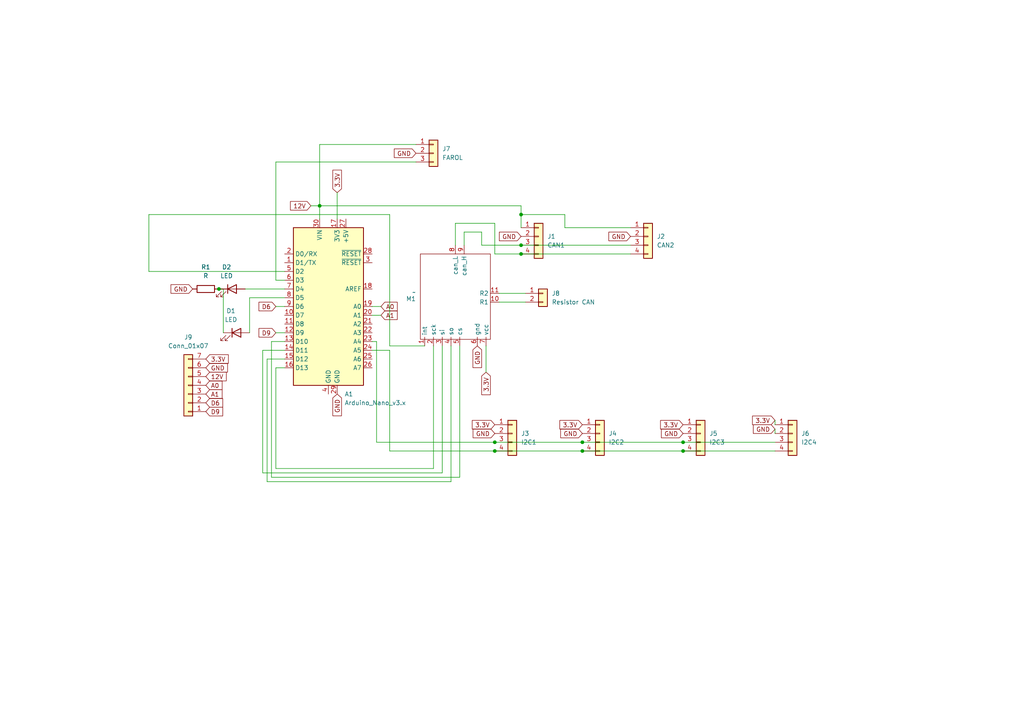
<source format=kicad_sch>
(kicad_sch
	(version 20250114)
	(generator "eeschema")
	(generator_version "9.0")
	(uuid "f9497e6d-f7ac-44a8-96d0-f68200b16671")
	(paper "A4")
	(lib_symbols
		(symbol "Connector_Generic:Conn_01x02"
			(pin_names
				(offset 1.016)
				(hide yes)
			)
			(exclude_from_sim no)
			(in_bom yes)
			(on_board yes)
			(property "Reference" "J"
				(at 0 2.54 0)
				(effects
					(font
						(size 1.27 1.27)
					)
				)
			)
			(property "Value" "Conn_01x02"
				(at 0 -5.08 0)
				(effects
					(font
						(size 1.27 1.27)
					)
				)
			)
			(property "Footprint" ""
				(at 0 0 0)
				(effects
					(font
						(size 1.27 1.27)
					)
					(hide yes)
				)
			)
			(property "Datasheet" "~"
				(at 0 0 0)
				(effects
					(font
						(size 1.27 1.27)
					)
					(hide yes)
				)
			)
			(property "Description" "Generic connector, single row, 01x02, script generated (kicad-library-utils/schlib/autogen/connector/)"
				(at 0 0 0)
				(effects
					(font
						(size 1.27 1.27)
					)
					(hide yes)
				)
			)
			(property "ki_keywords" "connector"
				(at 0 0 0)
				(effects
					(font
						(size 1.27 1.27)
					)
					(hide yes)
				)
			)
			(property "ki_fp_filters" "Connector*:*_1x??_*"
				(at 0 0 0)
				(effects
					(font
						(size 1.27 1.27)
					)
					(hide yes)
				)
			)
			(symbol "Conn_01x02_1_1"
				(rectangle
					(start -1.27 1.27)
					(end 1.27 -3.81)
					(stroke
						(width 0.254)
						(type default)
					)
					(fill
						(type background)
					)
				)
				(rectangle
					(start -1.27 0.127)
					(end 0 -0.127)
					(stroke
						(width 0.1524)
						(type default)
					)
					(fill
						(type none)
					)
				)
				(rectangle
					(start -1.27 -2.413)
					(end 0 -2.667)
					(stroke
						(width 0.1524)
						(type default)
					)
					(fill
						(type none)
					)
				)
				(pin passive line
					(at -5.08 0 0)
					(length 3.81)
					(name "Pin_1"
						(effects
							(font
								(size 1.27 1.27)
							)
						)
					)
					(number "1"
						(effects
							(font
								(size 1.27 1.27)
							)
						)
					)
				)
				(pin passive line
					(at -5.08 -2.54 0)
					(length 3.81)
					(name "Pin_2"
						(effects
							(font
								(size 1.27 1.27)
							)
						)
					)
					(number "2"
						(effects
							(font
								(size 1.27 1.27)
							)
						)
					)
				)
			)
			(embedded_fonts no)
		)
		(symbol "Connector_Generic:Conn_01x03"
			(pin_names
				(offset 1.016)
				(hide yes)
			)
			(exclude_from_sim no)
			(in_bom yes)
			(on_board yes)
			(property "Reference" "J"
				(at 0 5.08 0)
				(effects
					(font
						(size 1.27 1.27)
					)
				)
			)
			(property "Value" "Conn_01x03"
				(at 0 -5.08 0)
				(effects
					(font
						(size 1.27 1.27)
					)
				)
			)
			(property "Footprint" ""
				(at 0 0 0)
				(effects
					(font
						(size 1.27 1.27)
					)
					(hide yes)
				)
			)
			(property "Datasheet" "~"
				(at 0 0 0)
				(effects
					(font
						(size 1.27 1.27)
					)
					(hide yes)
				)
			)
			(property "Description" "Generic connector, single row, 01x03, script generated (kicad-library-utils/schlib/autogen/connector/)"
				(at 0 0 0)
				(effects
					(font
						(size 1.27 1.27)
					)
					(hide yes)
				)
			)
			(property "ki_keywords" "connector"
				(at 0 0 0)
				(effects
					(font
						(size 1.27 1.27)
					)
					(hide yes)
				)
			)
			(property "ki_fp_filters" "Connector*:*_1x??_*"
				(at 0 0 0)
				(effects
					(font
						(size 1.27 1.27)
					)
					(hide yes)
				)
			)
			(symbol "Conn_01x03_1_1"
				(rectangle
					(start -1.27 3.81)
					(end 1.27 -3.81)
					(stroke
						(width 0.254)
						(type default)
					)
					(fill
						(type background)
					)
				)
				(rectangle
					(start -1.27 2.667)
					(end 0 2.413)
					(stroke
						(width 0.1524)
						(type default)
					)
					(fill
						(type none)
					)
				)
				(rectangle
					(start -1.27 0.127)
					(end 0 -0.127)
					(stroke
						(width 0.1524)
						(type default)
					)
					(fill
						(type none)
					)
				)
				(rectangle
					(start -1.27 -2.413)
					(end 0 -2.667)
					(stroke
						(width 0.1524)
						(type default)
					)
					(fill
						(type none)
					)
				)
				(pin passive line
					(at -5.08 2.54 0)
					(length 3.81)
					(name "Pin_1"
						(effects
							(font
								(size 1.27 1.27)
							)
						)
					)
					(number "1"
						(effects
							(font
								(size 1.27 1.27)
							)
						)
					)
				)
				(pin passive line
					(at -5.08 0 0)
					(length 3.81)
					(name "Pin_2"
						(effects
							(font
								(size 1.27 1.27)
							)
						)
					)
					(number "2"
						(effects
							(font
								(size 1.27 1.27)
							)
						)
					)
				)
				(pin passive line
					(at -5.08 -2.54 0)
					(length 3.81)
					(name "Pin_3"
						(effects
							(font
								(size 1.27 1.27)
							)
						)
					)
					(number "3"
						(effects
							(font
								(size 1.27 1.27)
							)
						)
					)
				)
			)
			(embedded_fonts no)
		)
		(symbol "Connector_Generic:Conn_01x04"
			(pin_names
				(offset 1.016)
				(hide yes)
			)
			(exclude_from_sim no)
			(in_bom yes)
			(on_board yes)
			(property "Reference" "J"
				(at 0 5.08 0)
				(effects
					(font
						(size 1.27 1.27)
					)
				)
			)
			(property "Value" "Conn_01x04"
				(at 0 -7.62 0)
				(effects
					(font
						(size 1.27 1.27)
					)
				)
			)
			(property "Footprint" ""
				(at 0 0 0)
				(effects
					(font
						(size 1.27 1.27)
					)
					(hide yes)
				)
			)
			(property "Datasheet" "~"
				(at 0 0 0)
				(effects
					(font
						(size 1.27 1.27)
					)
					(hide yes)
				)
			)
			(property "Description" "Generic connector, single row, 01x04, script generated (kicad-library-utils/schlib/autogen/connector/)"
				(at 0 0 0)
				(effects
					(font
						(size 1.27 1.27)
					)
					(hide yes)
				)
			)
			(property "ki_keywords" "connector"
				(at 0 0 0)
				(effects
					(font
						(size 1.27 1.27)
					)
					(hide yes)
				)
			)
			(property "ki_fp_filters" "Connector*:*_1x??_*"
				(at 0 0 0)
				(effects
					(font
						(size 1.27 1.27)
					)
					(hide yes)
				)
			)
			(symbol "Conn_01x04_1_1"
				(rectangle
					(start -1.27 3.81)
					(end 1.27 -6.35)
					(stroke
						(width 0.254)
						(type default)
					)
					(fill
						(type background)
					)
				)
				(rectangle
					(start -1.27 2.667)
					(end 0 2.413)
					(stroke
						(width 0.1524)
						(type default)
					)
					(fill
						(type none)
					)
				)
				(rectangle
					(start -1.27 0.127)
					(end 0 -0.127)
					(stroke
						(width 0.1524)
						(type default)
					)
					(fill
						(type none)
					)
				)
				(rectangle
					(start -1.27 -2.413)
					(end 0 -2.667)
					(stroke
						(width 0.1524)
						(type default)
					)
					(fill
						(type none)
					)
				)
				(rectangle
					(start -1.27 -4.953)
					(end 0 -5.207)
					(stroke
						(width 0.1524)
						(type default)
					)
					(fill
						(type none)
					)
				)
				(pin passive line
					(at -5.08 2.54 0)
					(length 3.81)
					(name "Pin_1"
						(effects
							(font
								(size 1.27 1.27)
							)
						)
					)
					(number "1"
						(effects
							(font
								(size 1.27 1.27)
							)
						)
					)
				)
				(pin passive line
					(at -5.08 0 0)
					(length 3.81)
					(name "Pin_2"
						(effects
							(font
								(size 1.27 1.27)
							)
						)
					)
					(number "2"
						(effects
							(font
								(size 1.27 1.27)
							)
						)
					)
				)
				(pin passive line
					(at -5.08 -2.54 0)
					(length 3.81)
					(name "Pin_3"
						(effects
							(font
								(size 1.27 1.27)
							)
						)
					)
					(number "3"
						(effects
							(font
								(size 1.27 1.27)
							)
						)
					)
				)
				(pin passive line
					(at -5.08 -5.08 0)
					(length 3.81)
					(name "Pin_4"
						(effects
							(font
								(size 1.27 1.27)
							)
						)
					)
					(number "4"
						(effects
							(font
								(size 1.27 1.27)
							)
						)
					)
				)
			)
			(embedded_fonts no)
		)
		(symbol "Connector_Generic:Conn_01x07"
			(pin_names
				(offset 1.016)
				(hide yes)
			)
			(exclude_from_sim no)
			(in_bom yes)
			(on_board yes)
			(property "Reference" "J"
				(at 0 10.16 0)
				(effects
					(font
						(size 1.27 1.27)
					)
				)
			)
			(property "Value" "Conn_01x07"
				(at 0 -10.16 0)
				(effects
					(font
						(size 1.27 1.27)
					)
				)
			)
			(property "Footprint" ""
				(at 0 0 0)
				(effects
					(font
						(size 1.27 1.27)
					)
					(hide yes)
				)
			)
			(property "Datasheet" "~"
				(at 0 0 0)
				(effects
					(font
						(size 1.27 1.27)
					)
					(hide yes)
				)
			)
			(property "Description" "Generic connector, single row, 01x07, script generated (kicad-library-utils/schlib/autogen/connector/)"
				(at 0 0 0)
				(effects
					(font
						(size 1.27 1.27)
					)
					(hide yes)
				)
			)
			(property "ki_keywords" "connector"
				(at 0 0 0)
				(effects
					(font
						(size 1.27 1.27)
					)
					(hide yes)
				)
			)
			(property "ki_fp_filters" "Connector*:*_1x??_*"
				(at 0 0 0)
				(effects
					(font
						(size 1.27 1.27)
					)
					(hide yes)
				)
			)
			(symbol "Conn_01x07_1_1"
				(rectangle
					(start -1.27 8.89)
					(end 1.27 -8.89)
					(stroke
						(width 0.254)
						(type default)
					)
					(fill
						(type background)
					)
				)
				(rectangle
					(start -1.27 7.747)
					(end 0 7.493)
					(stroke
						(width 0.1524)
						(type default)
					)
					(fill
						(type none)
					)
				)
				(rectangle
					(start -1.27 5.207)
					(end 0 4.953)
					(stroke
						(width 0.1524)
						(type default)
					)
					(fill
						(type none)
					)
				)
				(rectangle
					(start -1.27 2.667)
					(end 0 2.413)
					(stroke
						(width 0.1524)
						(type default)
					)
					(fill
						(type none)
					)
				)
				(rectangle
					(start -1.27 0.127)
					(end 0 -0.127)
					(stroke
						(width 0.1524)
						(type default)
					)
					(fill
						(type none)
					)
				)
				(rectangle
					(start -1.27 -2.413)
					(end 0 -2.667)
					(stroke
						(width 0.1524)
						(type default)
					)
					(fill
						(type none)
					)
				)
				(rectangle
					(start -1.27 -4.953)
					(end 0 -5.207)
					(stroke
						(width 0.1524)
						(type default)
					)
					(fill
						(type none)
					)
				)
				(rectangle
					(start -1.27 -7.493)
					(end 0 -7.747)
					(stroke
						(width 0.1524)
						(type default)
					)
					(fill
						(type none)
					)
				)
				(pin passive line
					(at -5.08 7.62 0)
					(length 3.81)
					(name "Pin_1"
						(effects
							(font
								(size 1.27 1.27)
							)
						)
					)
					(number "1"
						(effects
							(font
								(size 1.27 1.27)
							)
						)
					)
				)
				(pin passive line
					(at -5.08 5.08 0)
					(length 3.81)
					(name "Pin_2"
						(effects
							(font
								(size 1.27 1.27)
							)
						)
					)
					(number "2"
						(effects
							(font
								(size 1.27 1.27)
							)
						)
					)
				)
				(pin passive line
					(at -5.08 2.54 0)
					(length 3.81)
					(name "Pin_3"
						(effects
							(font
								(size 1.27 1.27)
							)
						)
					)
					(number "3"
						(effects
							(font
								(size 1.27 1.27)
							)
						)
					)
				)
				(pin passive line
					(at -5.08 0 0)
					(length 3.81)
					(name "Pin_4"
						(effects
							(font
								(size 1.27 1.27)
							)
						)
					)
					(number "4"
						(effects
							(font
								(size 1.27 1.27)
							)
						)
					)
				)
				(pin passive line
					(at -5.08 -2.54 0)
					(length 3.81)
					(name "Pin_5"
						(effects
							(font
								(size 1.27 1.27)
							)
						)
					)
					(number "5"
						(effects
							(font
								(size 1.27 1.27)
							)
						)
					)
				)
				(pin passive line
					(at -5.08 -5.08 0)
					(length 3.81)
					(name "Pin_6"
						(effects
							(font
								(size 1.27 1.27)
							)
						)
					)
					(number "6"
						(effects
							(font
								(size 1.27 1.27)
							)
						)
					)
				)
				(pin passive line
					(at -5.08 -7.62 0)
					(length 3.81)
					(name "Pin_7"
						(effects
							(font
								(size 1.27 1.27)
							)
						)
					)
					(number "7"
						(effects
							(font
								(size 1.27 1.27)
							)
						)
					)
				)
			)
			(embedded_fonts no)
		)
		(symbol "Device:LED"
			(pin_numbers
				(hide yes)
			)
			(pin_names
				(offset 1.016)
				(hide yes)
			)
			(exclude_from_sim no)
			(in_bom yes)
			(on_board yes)
			(property "Reference" "D"
				(at 0 2.54 0)
				(effects
					(font
						(size 1.27 1.27)
					)
				)
			)
			(property "Value" "LED"
				(at 0 -2.54 0)
				(effects
					(font
						(size 1.27 1.27)
					)
				)
			)
			(property "Footprint" ""
				(at 0 0 0)
				(effects
					(font
						(size 1.27 1.27)
					)
					(hide yes)
				)
			)
			(property "Datasheet" "~"
				(at 0 0 0)
				(effects
					(font
						(size 1.27 1.27)
					)
					(hide yes)
				)
			)
			(property "Description" "Light emitting diode"
				(at 0 0 0)
				(effects
					(font
						(size 1.27 1.27)
					)
					(hide yes)
				)
			)
			(property "Sim.Pins" "1=K 2=A"
				(at 0 0 0)
				(effects
					(font
						(size 1.27 1.27)
					)
					(hide yes)
				)
			)
			(property "ki_keywords" "LED diode"
				(at 0 0 0)
				(effects
					(font
						(size 1.27 1.27)
					)
					(hide yes)
				)
			)
			(property "ki_fp_filters" "LED* LED_SMD:* LED_THT:*"
				(at 0 0 0)
				(effects
					(font
						(size 1.27 1.27)
					)
					(hide yes)
				)
			)
			(symbol "LED_0_1"
				(polyline
					(pts
						(xy -3.048 -0.762) (xy -4.572 -2.286) (xy -3.81 -2.286) (xy -4.572 -2.286) (xy -4.572 -1.524)
					)
					(stroke
						(width 0)
						(type default)
					)
					(fill
						(type none)
					)
				)
				(polyline
					(pts
						(xy -1.778 -0.762) (xy -3.302 -2.286) (xy -2.54 -2.286) (xy -3.302 -2.286) (xy -3.302 -1.524)
					)
					(stroke
						(width 0)
						(type default)
					)
					(fill
						(type none)
					)
				)
				(polyline
					(pts
						(xy -1.27 0) (xy 1.27 0)
					)
					(stroke
						(width 0)
						(type default)
					)
					(fill
						(type none)
					)
				)
				(polyline
					(pts
						(xy -1.27 -1.27) (xy -1.27 1.27)
					)
					(stroke
						(width 0.254)
						(type default)
					)
					(fill
						(type none)
					)
				)
				(polyline
					(pts
						(xy 1.27 -1.27) (xy 1.27 1.27) (xy -1.27 0) (xy 1.27 -1.27)
					)
					(stroke
						(width 0.254)
						(type default)
					)
					(fill
						(type none)
					)
				)
			)
			(symbol "LED_1_1"
				(pin passive line
					(at -3.81 0 0)
					(length 2.54)
					(name "K"
						(effects
							(font
								(size 1.27 1.27)
							)
						)
					)
					(number "1"
						(effects
							(font
								(size 1.27 1.27)
							)
						)
					)
				)
				(pin passive line
					(at 3.81 0 180)
					(length 2.54)
					(name "A"
						(effects
							(font
								(size 1.27 1.27)
							)
						)
					)
					(number "2"
						(effects
							(font
								(size 1.27 1.27)
							)
						)
					)
				)
			)
			(embedded_fonts no)
		)
		(symbol "Device:R"
			(pin_numbers
				(hide yes)
			)
			(pin_names
				(offset 0)
			)
			(exclude_from_sim no)
			(in_bom yes)
			(on_board yes)
			(property "Reference" "R"
				(at 2.032 0 90)
				(effects
					(font
						(size 1.27 1.27)
					)
				)
			)
			(property "Value" "R"
				(at 0 0 90)
				(effects
					(font
						(size 1.27 1.27)
					)
				)
			)
			(property "Footprint" ""
				(at -1.778 0 90)
				(effects
					(font
						(size 1.27 1.27)
					)
					(hide yes)
				)
			)
			(property "Datasheet" "~"
				(at 0 0 0)
				(effects
					(font
						(size 1.27 1.27)
					)
					(hide yes)
				)
			)
			(property "Description" "Resistor"
				(at 0 0 0)
				(effects
					(font
						(size 1.27 1.27)
					)
					(hide yes)
				)
			)
			(property "ki_keywords" "R res resistor"
				(at 0 0 0)
				(effects
					(font
						(size 1.27 1.27)
					)
					(hide yes)
				)
			)
			(property "ki_fp_filters" "R_*"
				(at 0 0 0)
				(effects
					(font
						(size 1.27 1.27)
					)
					(hide yes)
				)
			)
			(symbol "R_0_1"
				(rectangle
					(start -1.016 -2.54)
					(end 1.016 2.54)
					(stroke
						(width 0.254)
						(type default)
					)
					(fill
						(type none)
					)
				)
			)
			(symbol "R_1_1"
				(pin passive line
					(at 0 3.81 270)
					(length 1.27)
					(name "~"
						(effects
							(font
								(size 1.27 1.27)
							)
						)
					)
					(number "1"
						(effects
							(font
								(size 1.27 1.27)
							)
						)
					)
				)
				(pin passive line
					(at 0 -3.81 90)
					(length 1.27)
					(name "~"
						(effects
							(font
								(size 1.27 1.27)
							)
						)
					)
					(number "2"
						(effects
							(font
								(size 1.27 1.27)
							)
						)
					)
				)
			)
			(embedded_fonts no)
		)
		(symbol "LibraryMCP2515sym:MCP2515_module"
			(exclude_from_sim no)
			(in_bom yes)
			(on_board yes)
			(property "Reference" "M"
				(at 0 0 0)
				(effects
					(font
						(size 1.27 1.27)
					)
				)
			)
			(property "Value" ""
				(at 0 0 0)
				(effects
					(font
						(size 1.27 1.27)
					)
				)
			)
			(property "Footprint" ""
				(at 0 0 0)
				(effects
					(font
						(size 1.27 1.27)
					)
					(hide yes)
				)
			)
			(property "Datasheet" ""
				(at 0 0 0)
				(effects
					(font
						(size 1.27 1.27)
					)
					(hide yes)
				)
			)
			(property "Description" ""
				(at 0 0 0)
				(effects
					(font
						(size 1.27 1.27)
					)
					(hide yes)
				)
			)
			(symbol "MCP2515_module_0_1"
				(rectangle
					(start -8.8899 12.065)
					(end 11.43 -12.7)
					(stroke
						(width 0)
						(type default)
					)
					(fill
						(type none)
					)
				)
			)
			(symbol "MCP2515_module_1_1"
				(pin input line
					(at -11.43 1.27 0)
					(length 2.54)
					(name "R1"
						(effects
							(font
								(size 1.27 1.27)
							)
						)
					)
					(number "10"
						(effects
							(font
								(size 1.27 1.27)
							)
						)
					)
				)
				(pin input line
					(at -11.43 -1.27 0)
					(length 2.54)
					(name "R2"
						(effects
							(font
								(size 1.27 1.27)
							)
						)
					)
					(number "11"
						(effects
							(font
								(size 1.27 1.27)
							)
						)
					)
				)
				(pin input line
					(at -7.62 13.97 270)
					(length 2.54)
					(name "vcc"
						(effects
							(font
								(size 1.27 1.27)
							)
						)
					)
					(number "7"
						(effects
							(font
								(size 1.27 1.27)
							)
						)
					)
				)
				(pin input line
					(at -5.08 13.97 270)
					(length 2.54)
					(name "gnd"
						(effects
							(font
								(size 1.27 1.27)
							)
						)
					)
					(number "6"
						(effects
							(font
								(size 1.27 1.27)
							)
						)
					)
				)
				(pin input line
					(at -1.27 -15.24 90)
					(length 2.54)
					(name "can_H"
						(effects
							(font
								(size 1.27 1.27)
							)
						)
					)
					(number "9"
						(effects
							(font
								(size 1.27 1.27)
							)
						)
					)
				)
				(pin input line
					(at 0 13.97 270)
					(length 2.54)
					(name "cs"
						(effects
							(font
								(size 1.27 1.27)
							)
						)
					)
					(number "5"
						(effects
							(font
								(size 1.27 1.27)
							)
						)
					)
				)
				(pin input line
					(at 1.27 -15.24 90)
					(length 2.54)
					(name "can_L"
						(effects
							(font
								(size 1.27 1.27)
							)
						)
					)
					(number "8"
						(effects
							(font
								(size 1.27 1.27)
							)
						)
					)
				)
				(pin input line
					(at 2.54 13.97 270)
					(length 2.54)
					(name "so"
						(effects
							(font
								(size 1.27 1.27)
							)
						)
					)
					(number "4"
						(effects
							(font
								(size 1.27 1.27)
							)
						)
					)
				)
				(pin input line
					(at 5.08 13.97 270)
					(length 2.54)
					(name "si"
						(effects
							(font
								(size 1.27 1.27)
							)
						)
					)
					(number "3"
						(effects
							(font
								(size 1.27 1.27)
							)
						)
					)
				)
				(pin input line
					(at 7.62 13.97 270)
					(length 2.54)
					(name "sck"
						(effects
							(font
								(size 1.27 1.27)
							)
						)
					)
					(number "2"
						(effects
							(font
								(size 1.27 1.27)
							)
						)
					)
				)
				(pin input line
					(at 10.16 13.97 270)
					(length 2.54)
					(name "int"
						(effects
							(font
								(size 1.27 1.27)
							)
						)
					)
					(number "1"
						(effects
							(font
								(size 1.27 1.27)
							)
						)
					)
				)
			)
			(embedded_fonts no)
		)
		(symbol "MCU_Module:Arduino_Nano_v3.x"
			(exclude_from_sim no)
			(in_bom yes)
			(on_board yes)
			(property "Reference" "A"
				(at -10.16 23.495 0)
				(effects
					(font
						(size 1.27 1.27)
					)
					(justify left bottom)
				)
			)
			(property "Value" "Arduino_Nano_v3.x"
				(at 5.08 -24.13 0)
				(effects
					(font
						(size 1.27 1.27)
					)
					(justify left top)
				)
			)
			(property "Footprint" "Module:Arduino_Nano"
				(at 0 0 0)
				(effects
					(font
						(size 1.27 1.27)
						(italic yes)
					)
					(hide yes)
				)
			)
			(property "Datasheet" "http://www.mouser.com/pdfdocs/Gravitech_Arduino_Nano3_0.pdf"
				(at 0 0 0)
				(effects
					(font
						(size 1.27 1.27)
					)
					(hide yes)
				)
			)
			(property "Description" "Arduino Nano v3.x"
				(at 0 0 0)
				(effects
					(font
						(size 1.27 1.27)
					)
					(hide yes)
				)
			)
			(property "ki_keywords" "Arduino nano microcontroller module USB"
				(at 0 0 0)
				(effects
					(font
						(size 1.27 1.27)
					)
					(hide yes)
				)
			)
			(property "ki_fp_filters" "Arduino*Nano*"
				(at 0 0 0)
				(effects
					(font
						(size 1.27 1.27)
					)
					(hide yes)
				)
			)
			(symbol "Arduino_Nano_v3.x_0_1"
				(rectangle
					(start -10.16 22.86)
					(end 10.16 -22.86)
					(stroke
						(width 0.254)
						(type default)
					)
					(fill
						(type background)
					)
				)
			)
			(symbol "Arduino_Nano_v3.x_1_1"
				(pin bidirectional line
					(at -12.7 15.24 0)
					(length 2.54)
					(name "D0/RX"
						(effects
							(font
								(size 1.27 1.27)
							)
						)
					)
					(number "2"
						(effects
							(font
								(size 1.27 1.27)
							)
						)
					)
				)
				(pin bidirectional line
					(at -12.7 12.7 0)
					(length 2.54)
					(name "D1/TX"
						(effects
							(font
								(size 1.27 1.27)
							)
						)
					)
					(number "1"
						(effects
							(font
								(size 1.27 1.27)
							)
						)
					)
				)
				(pin bidirectional line
					(at -12.7 10.16 0)
					(length 2.54)
					(name "D2"
						(effects
							(font
								(size 1.27 1.27)
							)
						)
					)
					(number "5"
						(effects
							(font
								(size 1.27 1.27)
							)
						)
					)
				)
				(pin bidirectional line
					(at -12.7 7.62 0)
					(length 2.54)
					(name "D3"
						(effects
							(font
								(size 1.27 1.27)
							)
						)
					)
					(number "6"
						(effects
							(font
								(size 1.27 1.27)
							)
						)
					)
				)
				(pin bidirectional line
					(at -12.7 5.08 0)
					(length 2.54)
					(name "D4"
						(effects
							(font
								(size 1.27 1.27)
							)
						)
					)
					(number "7"
						(effects
							(font
								(size 1.27 1.27)
							)
						)
					)
				)
				(pin bidirectional line
					(at -12.7 2.54 0)
					(length 2.54)
					(name "D5"
						(effects
							(font
								(size 1.27 1.27)
							)
						)
					)
					(number "8"
						(effects
							(font
								(size 1.27 1.27)
							)
						)
					)
				)
				(pin bidirectional line
					(at -12.7 0 0)
					(length 2.54)
					(name "D6"
						(effects
							(font
								(size 1.27 1.27)
							)
						)
					)
					(number "9"
						(effects
							(font
								(size 1.27 1.27)
							)
						)
					)
				)
				(pin bidirectional line
					(at -12.7 -2.54 0)
					(length 2.54)
					(name "D7"
						(effects
							(font
								(size 1.27 1.27)
							)
						)
					)
					(number "10"
						(effects
							(font
								(size 1.27 1.27)
							)
						)
					)
				)
				(pin bidirectional line
					(at -12.7 -5.08 0)
					(length 2.54)
					(name "D8"
						(effects
							(font
								(size 1.27 1.27)
							)
						)
					)
					(number "11"
						(effects
							(font
								(size 1.27 1.27)
							)
						)
					)
				)
				(pin bidirectional line
					(at -12.7 -7.62 0)
					(length 2.54)
					(name "D9"
						(effects
							(font
								(size 1.27 1.27)
							)
						)
					)
					(number "12"
						(effects
							(font
								(size 1.27 1.27)
							)
						)
					)
				)
				(pin bidirectional line
					(at -12.7 -10.16 0)
					(length 2.54)
					(name "D10"
						(effects
							(font
								(size 1.27 1.27)
							)
						)
					)
					(number "13"
						(effects
							(font
								(size 1.27 1.27)
							)
						)
					)
				)
				(pin bidirectional line
					(at -12.7 -12.7 0)
					(length 2.54)
					(name "D11"
						(effects
							(font
								(size 1.27 1.27)
							)
						)
					)
					(number "14"
						(effects
							(font
								(size 1.27 1.27)
							)
						)
					)
				)
				(pin bidirectional line
					(at -12.7 -15.24 0)
					(length 2.54)
					(name "D12"
						(effects
							(font
								(size 1.27 1.27)
							)
						)
					)
					(number "15"
						(effects
							(font
								(size 1.27 1.27)
							)
						)
					)
				)
				(pin bidirectional line
					(at -12.7 -17.78 0)
					(length 2.54)
					(name "D13"
						(effects
							(font
								(size 1.27 1.27)
							)
						)
					)
					(number "16"
						(effects
							(font
								(size 1.27 1.27)
							)
						)
					)
				)
				(pin power_in line
					(at -2.54 25.4 270)
					(length 2.54)
					(name "VIN"
						(effects
							(font
								(size 1.27 1.27)
							)
						)
					)
					(number "30"
						(effects
							(font
								(size 1.27 1.27)
							)
						)
					)
				)
				(pin power_in line
					(at 0 -25.4 90)
					(length 2.54)
					(name "GND"
						(effects
							(font
								(size 1.27 1.27)
							)
						)
					)
					(number "4"
						(effects
							(font
								(size 1.27 1.27)
							)
						)
					)
				)
				(pin power_out line
					(at 2.54 25.4 270)
					(length 2.54)
					(name "3V3"
						(effects
							(font
								(size 1.27 1.27)
							)
						)
					)
					(number "17"
						(effects
							(font
								(size 1.27 1.27)
							)
						)
					)
				)
				(pin power_in line
					(at 2.54 -25.4 90)
					(length 2.54)
					(name "GND"
						(effects
							(font
								(size 1.27 1.27)
							)
						)
					)
					(number "29"
						(effects
							(font
								(size 1.27 1.27)
							)
						)
					)
				)
				(pin power_out line
					(at 5.08 25.4 270)
					(length 2.54)
					(name "+5V"
						(effects
							(font
								(size 1.27 1.27)
							)
						)
					)
					(number "27"
						(effects
							(font
								(size 1.27 1.27)
							)
						)
					)
				)
				(pin input line
					(at 12.7 15.24 180)
					(length 2.54)
					(name "~{RESET}"
						(effects
							(font
								(size 1.27 1.27)
							)
						)
					)
					(number "28"
						(effects
							(font
								(size 1.27 1.27)
							)
						)
					)
				)
				(pin input line
					(at 12.7 12.7 180)
					(length 2.54)
					(name "~{RESET}"
						(effects
							(font
								(size 1.27 1.27)
							)
						)
					)
					(number "3"
						(effects
							(font
								(size 1.27 1.27)
							)
						)
					)
				)
				(pin input line
					(at 12.7 5.08 180)
					(length 2.54)
					(name "AREF"
						(effects
							(font
								(size 1.27 1.27)
							)
						)
					)
					(number "18"
						(effects
							(font
								(size 1.27 1.27)
							)
						)
					)
				)
				(pin bidirectional line
					(at 12.7 0 180)
					(length 2.54)
					(name "A0"
						(effects
							(font
								(size 1.27 1.27)
							)
						)
					)
					(number "19"
						(effects
							(font
								(size 1.27 1.27)
							)
						)
					)
				)
				(pin bidirectional line
					(at 12.7 -2.54 180)
					(length 2.54)
					(name "A1"
						(effects
							(font
								(size 1.27 1.27)
							)
						)
					)
					(number "20"
						(effects
							(font
								(size 1.27 1.27)
							)
						)
					)
				)
				(pin bidirectional line
					(at 12.7 -5.08 180)
					(length 2.54)
					(name "A2"
						(effects
							(font
								(size 1.27 1.27)
							)
						)
					)
					(number "21"
						(effects
							(font
								(size 1.27 1.27)
							)
						)
					)
				)
				(pin bidirectional line
					(at 12.7 -7.62 180)
					(length 2.54)
					(name "A3"
						(effects
							(font
								(size 1.27 1.27)
							)
						)
					)
					(number "22"
						(effects
							(font
								(size 1.27 1.27)
							)
						)
					)
				)
				(pin bidirectional line
					(at 12.7 -10.16 180)
					(length 2.54)
					(name "A4"
						(effects
							(font
								(size 1.27 1.27)
							)
						)
					)
					(number "23"
						(effects
							(font
								(size 1.27 1.27)
							)
						)
					)
				)
				(pin bidirectional line
					(at 12.7 -12.7 180)
					(length 2.54)
					(name "A5"
						(effects
							(font
								(size 1.27 1.27)
							)
						)
					)
					(number "24"
						(effects
							(font
								(size 1.27 1.27)
							)
						)
					)
				)
				(pin bidirectional line
					(at 12.7 -15.24 180)
					(length 2.54)
					(name "A6"
						(effects
							(font
								(size 1.27 1.27)
							)
						)
					)
					(number "25"
						(effects
							(font
								(size 1.27 1.27)
							)
						)
					)
				)
				(pin bidirectional line
					(at 12.7 -17.78 180)
					(length 2.54)
					(name "A7"
						(effects
							(font
								(size 1.27 1.27)
							)
						)
					)
					(number "26"
						(effects
							(font
								(size 1.27 1.27)
							)
						)
					)
				)
			)
			(embedded_fonts no)
		)
	)
	(junction
		(at 151.13 73.66)
		(diameter 0)
		(color 0 0 0 0)
		(uuid "26a83074-5fe3-4943-9f5b-f7bb1e4b8ee5")
	)
	(junction
		(at 92.71 59.69)
		(diameter 0)
		(color 0 0 0 0)
		(uuid "2b1e0098-ad96-4277-934e-01ef0711cead")
	)
	(junction
		(at 151.13 71.12)
		(diameter 0)
		(color 0 0 0 0)
		(uuid "453347ef-0a92-4156-a1da-39d2ffd279b5")
	)
	(junction
		(at 63.5 83.82)
		(diameter 0)
		(color 0 0 0 0)
		(uuid "692ad829-7fca-4a78-8c7f-c032ec7bf01c")
	)
	(junction
		(at 198.12 128.27)
		(diameter 0)
		(color 0 0 0 0)
		(uuid "8fb5595e-de83-449c-8783-7444f27fd777")
	)
	(junction
		(at 143.51 128.27)
		(diameter 0)
		(color 0 0 0 0)
		(uuid "91d515a6-cf30-4506-b330-9ab84f27f67b")
	)
	(junction
		(at 168.91 128.27)
		(diameter 0)
		(color 0 0 0 0)
		(uuid "b9cf0e37-b7eb-4fa4-9caa-c63d6e2e2129")
	)
	(junction
		(at 198.12 130.81)
		(diameter 0)
		(color 0 0 0 0)
		(uuid "c6f2623a-b728-4d1e-a6a5-05c5c7c7aba9")
	)
	(junction
		(at 168.91 130.81)
		(diameter 0)
		(color 0 0 0 0)
		(uuid "d3e80bf2-223b-4a94-834a-ae4278d30873")
	)
	(junction
		(at 151.13 62.23)
		(diameter 0)
		(color 0 0 0 0)
		(uuid "f468cf72-39de-430a-9150-c15aaf07ce68")
	)
	(junction
		(at 143.51 130.81)
		(diameter 0)
		(color 0 0 0 0)
		(uuid "f4c269f7-e0f9-491a-873f-f8cc49594299")
	)
	(wire
		(pts
			(xy 77.47 104.14) (xy 82.55 104.14)
		)
		(stroke
			(width 0)
			(type default)
		)
		(uuid "0677771d-2817-4552-8823-340aa2db78d0")
	)
	(wire
		(pts
			(xy 43.18 62.23) (xy 43.18 78.74)
		)
		(stroke
			(width 0)
			(type default)
		)
		(uuid "0cb7eed9-2e89-45fb-bb00-6c88d8c799f9")
	)
	(wire
		(pts
			(xy 113.03 130.81) (xy 113.03 101.6)
		)
		(stroke
			(width 0)
			(type default)
		)
		(uuid "11654253-d922-4115-a18e-d6f019697c0f")
	)
	(wire
		(pts
			(xy 76.2 101.6) (xy 76.2 137.16)
		)
		(stroke
			(width 0)
			(type default)
		)
		(uuid "126d36cd-34d6-4c99-beb0-701a869b448e")
	)
	(wire
		(pts
			(xy 143.51 73.66) (xy 143.51 64.77)
		)
		(stroke
			(width 0)
			(type default)
		)
		(uuid "217af619-62ac-4773-ae08-bdc5a3f19f01")
	)
	(wire
		(pts
			(xy 109.22 128.27) (xy 109.22 99.06)
		)
		(stroke
			(width 0)
			(type default)
		)
		(uuid "22f513b5-4390-454e-90d5-8961938a7db0")
	)
	(wire
		(pts
			(xy 198.12 130.81) (xy 224.79 130.81)
		)
		(stroke
			(width 0)
			(type default)
		)
		(uuid "233b067a-2509-428f-8dd1-29a6a528d452")
	)
	(wire
		(pts
			(xy 130.81 139.7) (xy 77.47 139.7)
		)
		(stroke
			(width 0)
			(type default)
		)
		(uuid "23463b23-9b8e-4785-a6bb-404af35cab86")
	)
	(wire
		(pts
			(xy 125.73 100.33) (xy 125.73 135.89)
		)
		(stroke
			(width 0)
			(type default)
		)
		(uuid "24f17ea4-e88d-418d-bc70-ab4ba13d361b")
	)
	(wire
		(pts
			(xy 82.55 86.36) (xy 72.39 86.36)
		)
		(stroke
			(width 0)
			(type default)
		)
		(uuid "27a1f25e-003e-4a2d-8e36-1f2321a5cdbe")
	)
	(wire
		(pts
			(xy 130.81 100.33) (xy 130.81 139.7)
		)
		(stroke
			(width 0)
			(type default)
		)
		(uuid "2c373814-b6bc-4b39-9282-d6dec551cf3d")
	)
	(wire
		(pts
			(xy 97.79 55.88) (xy 97.79 63.5)
		)
		(stroke
			(width 0)
			(type default)
		)
		(uuid "2d9ba4f0-4cef-453c-9aeb-0a7813fe37e7")
	)
	(wire
		(pts
			(xy 143.51 130.81) (xy 113.03 130.81)
		)
		(stroke
			(width 0)
			(type default)
		)
		(uuid "2dbdde43-6be3-4147-829e-10e8a4165246")
	)
	(wire
		(pts
			(xy 71.12 83.82) (xy 82.55 83.82)
		)
		(stroke
			(width 0)
			(type default)
		)
		(uuid "3102c005-536d-4a38-82e0-e0160eef5328")
	)
	(wire
		(pts
			(xy 80.01 46.99) (xy 80.01 81.28)
		)
		(stroke
			(width 0)
			(type default)
		)
		(uuid "324dc34d-7d84-4f0f-ad8e-1f3e5ba1d270")
	)
	(wire
		(pts
			(xy 139.7 71.12) (xy 139.7 67.31)
		)
		(stroke
			(width 0)
			(type default)
		)
		(uuid "353afc05-807c-446d-be13-fdccdfef6c82")
	)
	(wire
		(pts
			(xy 125.73 135.89) (xy 80.01 135.89)
		)
		(stroke
			(width 0)
			(type default)
		)
		(uuid "3b98a986-36b8-41a6-b2f6-dfe0873a9cac")
	)
	(wire
		(pts
			(xy 133.35 100.33) (xy 133.35 138.43)
		)
		(stroke
			(width 0)
			(type default)
		)
		(uuid "3db5c437-7eb6-4da3-90f0-b0fdecf917b3")
	)
	(wire
		(pts
			(xy 109.22 99.06) (xy 107.95 99.06)
		)
		(stroke
			(width 0)
			(type default)
		)
		(uuid "40d8abdc-ce7b-4e79-b4cd-84e2082fde50")
	)
	(wire
		(pts
			(xy 77.47 139.7) (xy 77.47 104.14)
		)
		(stroke
			(width 0)
			(type default)
		)
		(uuid "4281c767-7180-4842-b27b-8938720957ec")
	)
	(wire
		(pts
			(xy 113.03 101.6) (xy 107.95 101.6)
		)
		(stroke
			(width 0)
			(type default)
		)
		(uuid "44a2f4ae-c5dd-49fc-b804-c3ff43c5af85")
	)
	(wire
		(pts
			(xy 43.18 78.74) (xy 82.55 78.74)
		)
		(stroke
			(width 0)
			(type default)
		)
		(uuid "478c5dd7-80fb-4411-9199-63bb21567f23")
	)
	(wire
		(pts
			(xy 151.13 73.66) (xy 143.51 73.66)
		)
		(stroke
			(width 0)
			(type default)
		)
		(uuid "490493b5-4d8d-487a-a6ca-1db8fcf82649")
	)
	(wire
		(pts
			(xy 107.95 91.44) (xy 110.49 91.44)
		)
		(stroke
			(width 0)
			(type default)
		)
		(uuid "4b67b9cc-2b81-409a-9bd2-9e065ea88c2f")
	)
	(wire
		(pts
			(xy 144.78 87.63) (xy 152.4 87.63)
		)
		(stroke
			(width 0)
			(type default)
		)
		(uuid "4c1f1a80-4b99-45ab-a5a0-7cbabbab8a4e")
	)
	(wire
		(pts
			(xy 64.77 83.82) (xy 63.5 83.82)
		)
		(stroke
			(width 0)
			(type default)
		)
		(uuid "61a3b875-20eb-40bc-a4ac-70ca98551828")
	)
	(wire
		(pts
			(xy 151.13 71.12) (xy 182.88 71.12)
		)
		(stroke
			(width 0)
			(type default)
		)
		(uuid "65557456-6db8-4fe9-b65e-9a0ca50fb2d3")
	)
	(wire
		(pts
			(xy 80.01 96.52) (xy 82.55 96.52)
		)
		(stroke
			(width 0)
			(type default)
		)
		(uuid "69d63dc0-2525-4e47-81ba-91a41d3861b9")
	)
	(wire
		(pts
			(xy 182.88 66.04) (xy 163.83 66.04)
		)
		(stroke
			(width 0)
			(type default)
		)
		(uuid "6e3689e3-eb34-4d77-ae2b-163511d2eb48")
	)
	(wire
		(pts
			(xy 120.65 46.99) (xy 80.01 46.99)
		)
		(stroke
			(width 0)
			(type default)
		)
		(uuid "7e73eb5c-5172-499b-a647-b495623069cb")
	)
	(wire
		(pts
			(xy 113.03 62.23) (xy 113.03 100.33)
		)
		(stroke
			(width 0)
			(type default)
		)
		(uuid "7f112fd0-10c4-4063-9868-9240f12a705b")
	)
	(wire
		(pts
			(xy 128.27 100.33) (xy 128.27 137.16)
		)
		(stroke
			(width 0)
			(type default)
		)
		(uuid "81ff41df-2862-4775-9628-fee905e7af42")
	)
	(wire
		(pts
			(xy 128.27 137.16) (xy 76.2 137.16)
		)
		(stroke
			(width 0)
			(type default)
		)
		(uuid "842148cf-067b-40f7-996c-29bd10c5bde2")
	)
	(wire
		(pts
			(xy 198.12 128.27) (xy 224.79 128.27)
		)
		(stroke
			(width 0)
			(type default)
		)
		(uuid "8a15dfb2-574f-4882-aaae-cb0d8136819e")
	)
	(wire
		(pts
			(xy 139.7 67.31) (xy 134.62 67.31)
		)
		(stroke
			(width 0)
			(type default)
		)
		(uuid "8c484fce-23a7-49ac-b77b-4878c9b45e6c")
	)
	(wire
		(pts
			(xy 151.13 62.23) (xy 151.13 59.69)
		)
		(stroke
			(width 0)
			(type default)
		)
		(uuid "91037f8a-5b3e-41c9-b5ea-2d53ea140abd")
	)
	(wire
		(pts
			(xy 168.91 128.27) (xy 198.12 128.27)
		)
		(stroke
			(width 0)
			(type default)
		)
		(uuid "95d2465b-3ac7-44c1-8ebf-83ca2a936765")
	)
	(wire
		(pts
			(xy 113.03 100.33) (xy 123.19 100.33)
		)
		(stroke
			(width 0)
			(type default)
		)
		(uuid "997ec48c-e286-46e5-af0a-30e4fca2f140")
	)
	(wire
		(pts
			(xy 224.79 125.73) (xy 224.79 124.46)
		)
		(stroke
			(width 0)
			(type default)
		)
		(uuid "9a8cea22-5e0e-4806-943e-affb128f235b")
	)
	(wire
		(pts
			(xy 151.13 71.12) (xy 139.7 71.12)
		)
		(stroke
			(width 0)
			(type default)
		)
		(uuid "9b7911ee-81d1-4cc3-87ba-b0a9f940782f")
	)
	(wire
		(pts
			(xy 133.35 138.43) (xy 78.74 138.43)
		)
		(stroke
			(width 0)
			(type default)
		)
		(uuid "a0fe68db-3483-431c-9d19-ae0e111780e7")
	)
	(wire
		(pts
			(xy 78.74 138.43) (xy 78.74 99.06)
		)
		(stroke
			(width 0)
			(type default)
		)
		(uuid "a7d0287a-1df0-455e-8af4-768484bcf430")
	)
	(wire
		(pts
			(xy 151.13 66.04) (xy 151.13 62.23)
		)
		(stroke
			(width 0)
			(type default)
		)
		(uuid "af907200-9fe8-443b-950e-bf5f2de47640")
	)
	(wire
		(pts
			(xy 64.77 96.52) (xy 64.77 83.82)
		)
		(stroke
			(width 0)
			(type default)
		)
		(uuid "b654b26c-2df8-480c-a1b8-7b7f274891bd")
	)
	(wire
		(pts
			(xy 76.2 101.6) (xy 82.55 101.6)
		)
		(stroke
			(width 0)
			(type default)
		)
		(uuid "b87a7d88-6361-4076-9515-cb458341f56d")
	)
	(wire
		(pts
			(xy 144.78 85.09) (xy 152.4 85.09)
		)
		(stroke
			(width 0)
			(type default)
		)
		(uuid "ba35fdf8-a517-4172-a54b-5474e45526a9")
	)
	(wire
		(pts
			(xy 151.13 59.69) (xy 92.71 59.69)
		)
		(stroke
			(width 0)
			(type default)
		)
		(uuid "bbbc3af2-d249-49cb-a2fe-dcbea470a211")
	)
	(wire
		(pts
			(xy 168.91 130.81) (xy 198.12 130.81)
		)
		(stroke
			(width 0)
			(type default)
		)
		(uuid "c319f019-3309-4a50-82bb-ec70a2a64bda")
	)
	(wire
		(pts
			(xy 80.01 88.9) (xy 82.55 88.9)
		)
		(stroke
			(width 0)
			(type default)
		)
		(uuid "c55e7f9f-f9d6-4afd-b4d1-a454b564c6f5")
	)
	(wire
		(pts
			(xy 163.83 66.04) (xy 163.83 62.23)
		)
		(stroke
			(width 0)
			(type default)
		)
		(uuid "c7986d34-0483-4f6c-82b5-4b581cf17fb6")
	)
	(wire
		(pts
			(xy 113.03 62.23) (xy 43.18 62.23)
		)
		(stroke
			(width 0)
			(type default)
		)
		(uuid "ce08e89c-7bb0-4f2e-a499-6a90db70192a")
	)
	(wire
		(pts
			(xy 143.51 130.81) (xy 168.91 130.81)
		)
		(stroke
			(width 0)
			(type default)
		)
		(uuid "d1faf271-a235-4fc3-a3fb-c39dbd66daa9")
	)
	(wire
		(pts
			(xy 120.65 41.91) (xy 92.71 41.91)
		)
		(stroke
			(width 0)
			(type default)
		)
		(uuid "d236de41-a436-4a2a-98e7-b87d4eeb1d0a")
	)
	(wire
		(pts
			(xy 72.39 86.36) (xy 72.39 96.52)
		)
		(stroke
			(width 0)
			(type default)
		)
		(uuid "d2857c33-8291-443e-b659-ddaebc3fd885")
	)
	(wire
		(pts
			(xy 134.62 67.31) (xy 134.62 71.12)
		)
		(stroke
			(width 0)
			(type default)
		)
		(uuid "d2cc3d82-ec8a-4932-9dd4-ab3fff993db9")
	)
	(wire
		(pts
			(xy 224.79 123.19) (xy 224.79 121.92)
		)
		(stroke
			(width 0)
			(type default)
		)
		(uuid "d57daaf4-3620-4307-b7e9-584cb4a82c9f")
	)
	(wire
		(pts
			(xy 80.01 135.89) (xy 80.01 106.68)
		)
		(stroke
			(width 0)
			(type default)
		)
		(uuid "d8a21a61-e8e3-4204-b574-2987631fe0d8")
	)
	(wire
		(pts
			(xy 143.51 128.27) (xy 168.91 128.27)
		)
		(stroke
			(width 0)
			(type default)
		)
		(uuid "db05d14f-d6cc-463e-957a-67217b0c6516")
	)
	(wire
		(pts
			(xy 92.71 41.91) (xy 92.71 59.69)
		)
		(stroke
			(width 0)
			(type default)
		)
		(uuid "db239fd8-5f91-424d-adba-9826e50a1de7")
	)
	(wire
		(pts
			(xy 143.51 128.27) (xy 109.22 128.27)
		)
		(stroke
			(width 0)
			(type default)
		)
		(uuid "de3cf1cf-4fe3-4286-ad9e-384f7ac2820e")
	)
	(wire
		(pts
			(xy 80.01 106.68) (xy 82.55 106.68)
		)
		(stroke
			(width 0)
			(type default)
		)
		(uuid "debffee7-1281-43e2-9099-fc6ba6415732")
	)
	(wire
		(pts
			(xy 90.17 59.69) (xy 92.71 59.69)
		)
		(stroke
			(width 0)
			(type default)
		)
		(uuid "e21d960c-139d-4122-af6b-1c0336c4ddcf")
	)
	(wire
		(pts
			(xy 78.74 99.06) (xy 82.55 99.06)
		)
		(stroke
			(width 0)
			(type default)
		)
		(uuid "e2b0c05c-6da6-4e83-bf2b-635e47f34539")
	)
	(wire
		(pts
			(xy 163.83 62.23) (xy 151.13 62.23)
		)
		(stroke
			(width 0)
			(type default)
		)
		(uuid "e3b07941-3b5b-4f9f-bae0-a2e3a331bffa")
	)
	(wire
		(pts
			(xy 151.13 73.66) (xy 182.88 73.66)
		)
		(stroke
			(width 0)
			(type default)
		)
		(uuid "e5a2989e-eaa3-4b5a-a0b2-f64df03580b0")
	)
	(wire
		(pts
			(xy 143.51 64.77) (xy 132.08 64.77)
		)
		(stroke
			(width 0)
			(type default)
		)
		(uuid "e742da26-2a48-4e3f-8111-3e35c0e03c3e")
	)
	(wire
		(pts
			(xy 92.71 59.69) (xy 92.71 63.5)
		)
		(stroke
			(width 0)
			(type default)
		)
		(uuid "f10dc33f-4fed-496e-974b-2927f3a720de")
	)
	(wire
		(pts
			(xy 107.95 88.9) (xy 110.49 88.9)
		)
		(stroke
			(width 0)
			(type default)
		)
		(uuid "f150e24e-76d2-4fab-8afa-40ef22024942")
	)
	(wire
		(pts
			(xy 140.97 107.95) (xy 140.97 100.33)
		)
		(stroke
			(width 0)
			(type default)
		)
		(uuid "f202e455-ff18-4700-9604-4a162b7631d3")
	)
	(wire
		(pts
			(xy 132.08 64.77) (xy 132.08 71.12)
		)
		(stroke
			(width 0)
			(type default)
		)
		(uuid "f885df2e-3659-44e0-95b7-aae6fbf17d08")
	)
	(wire
		(pts
			(xy 80.01 81.28) (xy 82.55 81.28)
		)
		(stroke
			(width 0)
			(type default)
		)
		(uuid "fa88a4ba-605b-4617-bbd0-04474369e6f3")
	)
	(global_label "12V"
		(shape input)
		(at 90.17 59.69 180)
		(fields_autoplaced yes)
		(effects
			(font
				(size 1.27 1.27)
			)
			(justify right)
		)
		(uuid "0cfd30b5-0697-4edc-bd00-dbc71bac0e75")
		(property "Intersheetrefs" "${INTERSHEET_REFS}"
			(at 83.6772 59.69 0)
			(effects
				(font
					(size 1.27 1.27)
				)
				(justify right)
				(hide yes)
			)
		)
	)
	(global_label "GND"
		(shape input)
		(at 120.65 44.45 180)
		(fields_autoplaced yes)
		(effects
			(font
				(size 1.27 1.27)
			)
			(justify right)
		)
		(uuid "196ac092-ceb9-4ba6-ba63-a02d6973ffd8")
		(property "Intersheetrefs" "${INTERSHEET_REFS}"
			(at 113.7943 44.45 0)
			(effects
				(font
					(size 1.27 1.27)
				)
				(justify right)
				(hide yes)
			)
		)
	)
	(global_label "A0"
		(shape input)
		(at 110.49 88.9 0)
		(fields_autoplaced yes)
		(effects
			(font
				(size 1.27 1.27)
			)
			(justify left)
		)
		(uuid "1dbb3e0b-f1d4-4e44-aa4c-6f29c5adaa38")
		(property "Intersheetrefs" "${INTERSHEET_REFS}"
			(at 115.7733 88.9 0)
			(effects
				(font
					(size 1.27 1.27)
				)
				(justify left)
				(hide yes)
			)
		)
	)
	(global_label "D9"
		(shape input)
		(at 80.01 96.52 180)
		(fields_autoplaced yes)
		(effects
			(font
				(size 1.27 1.27)
			)
			(justify right)
		)
		(uuid "24e2db28-e919-40c0-b9e2-6898514a9919")
		(property "Intersheetrefs" "${INTERSHEET_REFS}"
			(at 74.5453 96.52 0)
			(effects
				(font
					(size 1.27 1.27)
				)
				(justify right)
				(hide yes)
			)
		)
	)
	(global_label "3.3V"
		(shape input)
		(at 140.97 107.95 270)
		(fields_autoplaced yes)
		(effects
			(font
				(size 1.27 1.27)
			)
			(justify right)
		)
		(uuid "358d3775-aeb4-419a-8953-fa49437b5105")
		(property "Intersheetrefs" "${INTERSHEET_REFS}"
			(at 140.97 115.0476 90)
			(effects
				(font
					(size 1.27 1.27)
				)
				(justify right)
				(hide yes)
			)
		)
	)
	(global_label "3.3V"
		(shape input)
		(at 168.91 123.19 180)
		(fields_autoplaced yes)
		(effects
			(font
				(size 1.27 1.27)
			)
			(justify right)
		)
		(uuid "35b7a7c5-2b19-4c63-b765-381cea4953b4")
		(property "Intersheetrefs" "${INTERSHEET_REFS}"
			(at 161.8124 123.19 0)
			(effects
				(font
					(size 1.27 1.27)
				)
				(justify right)
				(hide yes)
			)
		)
	)
	(global_label "GND"
		(shape input)
		(at 59.69 106.68 0)
		(fields_autoplaced yes)
		(effects
			(font
				(size 1.27 1.27)
			)
			(justify left)
		)
		(uuid "3638ac64-ba65-4903-87d3-b4f07438c3dc")
		(property "Intersheetrefs" "${INTERSHEET_REFS}"
			(at 66.5457 106.68 0)
			(effects
				(font
					(size 1.27 1.27)
				)
				(justify left)
				(hide yes)
			)
		)
	)
	(global_label "A1"
		(shape input)
		(at 110.49 91.44 0)
		(fields_autoplaced yes)
		(effects
			(font
				(size 1.27 1.27)
			)
			(justify left)
		)
		(uuid "36e6729c-4a80-4e6c-b36f-986fa3942953")
		(property "Intersheetrefs" "${INTERSHEET_REFS}"
			(at 115.7733 91.44 0)
			(effects
				(font
					(size 1.27 1.27)
				)
				(justify left)
				(hide yes)
			)
		)
	)
	(global_label "3.3V"
		(shape input)
		(at 59.69 104.14 0)
		(fields_autoplaced yes)
		(effects
			(font
				(size 1.27 1.27)
			)
			(justify left)
		)
		(uuid "3cb84e7c-caee-4eed-b512-40d3b89a6c60")
		(property "Intersheetrefs" "${INTERSHEET_REFS}"
			(at 66.7876 104.14 0)
			(effects
				(font
					(size 1.27 1.27)
				)
				(justify left)
				(hide yes)
			)
		)
	)
	(global_label "3.3V"
		(shape input)
		(at 97.79 55.88 90)
		(fields_autoplaced yes)
		(effects
			(font
				(size 1.27 1.27)
			)
			(justify left)
		)
		(uuid "3d2ca66c-3b05-4418-a012-8cc742e85508")
		(property "Intersheetrefs" "${INTERSHEET_REFS}"
			(at 97.79 48.7824 90)
			(effects
				(font
					(size 1.27 1.27)
				)
				(justify left)
				(hide yes)
			)
		)
	)
	(global_label "GND"
		(shape input)
		(at 182.88 68.58 180)
		(fields_autoplaced yes)
		(effects
			(font
				(size 1.27 1.27)
			)
			(justify right)
		)
		(uuid "40c688e6-06e4-45f4-b4b1-6cbb30a27eb2")
		(property "Intersheetrefs" "${INTERSHEET_REFS}"
			(at 176.0243 68.58 0)
			(effects
				(font
					(size 1.27 1.27)
				)
				(justify right)
				(hide yes)
			)
		)
	)
	(global_label "GND"
		(shape input)
		(at 97.79 114.3 270)
		(fields_autoplaced yes)
		(effects
			(font
				(size 1.27 1.27)
			)
			(justify right)
		)
		(uuid "4d7d521e-249f-4cc9-b1ac-6ce5b0427ca9")
		(property "Intersheetrefs" "${INTERSHEET_REFS}"
			(at 97.79 121.1557 90)
			(effects
				(font
					(size 1.27 1.27)
				)
				(justify right)
				(hide yes)
			)
		)
	)
	(global_label "GND"
		(shape input)
		(at 151.13 68.58 180)
		(fields_autoplaced yes)
		(effects
			(font
				(size 1.27 1.27)
			)
			(justify right)
		)
		(uuid "5043c20e-45e2-4e59-bdd3-837c4ac044b2")
		(property "Intersheetrefs" "${INTERSHEET_REFS}"
			(at 144.2743 68.58 0)
			(effects
				(font
					(size 1.27 1.27)
				)
				(justify right)
				(hide yes)
			)
		)
	)
	(global_label "GND"
		(shape input)
		(at 224.79 124.46 180)
		(fields_autoplaced yes)
		(effects
			(font
				(size 1.27 1.27)
			)
			(justify right)
		)
		(uuid "50b3f7d9-1864-4aa7-9229-3b74d741a554")
		(property "Intersheetrefs" "${INTERSHEET_REFS}"
			(at 217.9343 124.46 0)
			(effects
				(font
					(size 1.27 1.27)
				)
				(justify right)
				(hide yes)
			)
		)
	)
	(global_label "3.3V"
		(shape input)
		(at 143.51 123.19 180)
		(fields_autoplaced yes)
		(effects
			(font
				(size 1.27 1.27)
			)
			(justify right)
		)
		(uuid "5b1c6158-6e37-49a0-bcc0-bda17d2c6e2d")
		(property "Intersheetrefs" "${INTERSHEET_REFS}"
			(at 136.4124 123.19 0)
			(effects
				(font
					(size 1.27 1.27)
				)
				(justify right)
				(hide yes)
			)
		)
	)
	(global_label "D9"
		(shape input)
		(at 59.69 119.38 0)
		(fields_autoplaced yes)
		(effects
			(font
				(size 1.27 1.27)
			)
			(justify left)
		)
		(uuid "8e24c4d8-60e1-40db-94c0-9b9c47bc8ae5")
		(property "Intersheetrefs" "${INTERSHEET_REFS}"
			(at 65.1547 119.38 0)
			(effects
				(font
					(size 1.27 1.27)
				)
				(justify left)
				(hide yes)
			)
		)
	)
	(global_label "3.3V"
		(shape input)
		(at 224.79 121.92 180)
		(fields_autoplaced yes)
		(effects
			(font
				(size 1.27 1.27)
			)
			(justify right)
		)
		(uuid "93d31410-b33f-4f11-976a-7b74251e080c")
		(property "Intersheetrefs" "${INTERSHEET_REFS}"
			(at 217.6924 121.92 0)
			(effects
				(font
					(size 1.27 1.27)
				)
				(justify right)
				(hide yes)
			)
		)
	)
	(global_label "12V"
		(shape input)
		(at 59.69 109.22 0)
		(fields_autoplaced yes)
		(effects
			(font
				(size 1.27 1.27)
			)
			(justify left)
		)
		(uuid "9e4b716a-47f0-477d-9cee-68a9bceab6d2")
		(property "Intersheetrefs" "${INTERSHEET_REFS}"
			(at 66.1828 109.22 0)
			(effects
				(font
					(size 1.27 1.27)
				)
				(justify left)
				(hide yes)
			)
		)
	)
	(global_label "A1"
		(shape input)
		(at 59.69 114.3 0)
		(fields_autoplaced yes)
		(effects
			(font
				(size 1.27 1.27)
			)
			(justify left)
		)
		(uuid "b392a8ff-e80c-4a00-b41b-3f2ba11a2a8f")
		(property "Intersheetrefs" "${INTERSHEET_REFS}"
			(at 64.9733 114.3 0)
			(effects
				(font
					(size 1.27 1.27)
				)
				(justify left)
				(hide yes)
			)
		)
	)
	(global_label "GND"
		(shape input)
		(at 198.12 125.73 180)
		(fields_autoplaced yes)
		(effects
			(font
				(size 1.27 1.27)
			)
			(justify right)
		)
		(uuid "bec61d95-2629-41b9-8154-f32d51cf8f7c")
		(property "Intersheetrefs" "${INTERSHEET_REFS}"
			(at 191.2643 125.73 0)
			(effects
				(font
					(size 1.27 1.27)
				)
				(justify right)
				(hide yes)
			)
		)
	)
	(global_label "GND"
		(shape input)
		(at 138.43 100.33 270)
		(fields_autoplaced yes)
		(effects
			(font
				(size 1.27 1.27)
			)
			(justify right)
		)
		(uuid "c7f504dd-58ac-4c5a-b950-1cc558d8fb9c")
		(property "Intersheetrefs" "${INTERSHEET_REFS}"
			(at 138.43 107.1857 90)
			(effects
				(font
					(size 1.27 1.27)
				)
				(justify right)
				(hide yes)
			)
		)
	)
	(global_label "GND"
		(shape input)
		(at 168.91 125.73 180)
		(fields_autoplaced yes)
		(effects
			(font
				(size 1.27 1.27)
			)
			(justify right)
		)
		(uuid "ccebb431-85cf-42f1-af16-c6465c393c07")
		(property "Intersheetrefs" "${INTERSHEET_REFS}"
			(at 162.0543 125.73 0)
			(effects
				(font
					(size 1.27 1.27)
				)
				(justify right)
				(hide yes)
			)
		)
	)
	(global_label "GND"
		(shape input)
		(at 143.51 125.73 180)
		(fields_autoplaced yes)
		(effects
			(font
				(size 1.27 1.27)
			)
			(justify right)
		)
		(uuid "d5be7f0f-6664-4122-8480-5505da8b63f5")
		(property "Intersheetrefs" "${INTERSHEET_REFS}"
			(at 136.6543 125.73 0)
			(effects
				(font
					(size 1.27 1.27)
				)
				(justify right)
				(hide yes)
			)
		)
	)
	(global_label "D6"
		(shape input)
		(at 59.69 116.84 0)
		(fields_autoplaced yes)
		(effects
			(font
				(size 1.27 1.27)
			)
			(justify left)
		)
		(uuid "e116796a-0fc7-47ea-935e-f961fabd96ba")
		(property "Intersheetrefs" "${INTERSHEET_REFS}"
			(at 65.1547 116.84 0)
			(effects
				(font
					(size 1.27 1.27)
				)
				(justify left)
				(hide yes)
			)
		)
	)
	(global_label "GND"
		(shape input)
		(at 55.88 83.82 180)
		(fields_autoplaced yes)
		(effects
			(font
				(size 1.27 1.27)
			)
			(justify right)
		)
		(uuid "e605a101-7473-4dbe-b5fc-d5d378853c8e")
		(property "Intersheetrefs" "${INTERSHEET_REFS}"
			(at 49.0243 83.82 0)
			(effects
				(font
					(size 1.27 1.27)
				)
				(justify right)
				(hide yes)
			)
		)
	)
	(global_label "A0"
		(shape input)
		(at 59.69 111.76 0)
		(fields_autoplaced yes)
		(effects
			(font
				(size 1.27 1.27)
			)
			(justify left)
		)
		(uuid "ebc5e042-b492-46b1-bc27-27793792b3d0")
		(property "Intersheetrefs" "${INTERSHEET_REFS}"
			(at 64.9733 111.76 0)
			(effects
				(font
					(size 1.27 1.27)
				)
				(justify left)
				(hide yes)
			)
		)
	)
	(global_label "3.3V"
		(shape input)
		(at 198.12 123.19 180)
		(fields_autoplaced yes)
		(effects
			(font
				(size 1.27 1.27)
			)
			(justify right)
		)
		(uuid "f922569b-4548-4560-8ad0-d52934dd639c")
		(property "Intersheetrefs" "${INTERSHEET_REFS}"
			(at 191.0224 123.19 0)
			(effects
				(font
					(size 1.27 1.27)
				)
				(justify right)
				(hide yes)
			)
		)
	)
	(global_label "D6"
		(shape input)
		(at 80.01 88.9 180)
		(fields_autoplaced yes)
		(effects
			(font
				(size 1.27 1.27)
			)
			(justify right)
		)
		(uuid "fa22ffd2-007d-489e-a967-224c570b55c3")
		(property "Intersheetrefs" "${INTERSHEET_REFS}"
			(at 74.5453 88.9 0)
			(effects
				(font
					(size 1.27 1.27)
				)
				(justify right)
				(hide yes)
			)
		)
	)
	(symbol
		(lib_id "Connector_Generic:Conn_01x04")
		(at 156.21 68.58 0)
		(unit 1)
		(exclude_from_sim no)
		(in_bom yes)
		(on_board yes)
		(dnp no)
		(fields_autoplaced yes)
		(uuid "160f797e-eeaf-4b1f-8b72-e8d9c4359608")
		(property "Reference" "J1"
			(at 158.75 68.5799 0)
			(effects
				(font
					(size 1.27 1.27)
				)
				(justify left)
			)
		)
		(property "Value" "CAN1"
			(at 158.75 71.1199 0)
			(effects
				(font
					(size 1.27 1.27)
				)
				(justify left)
			)
		)
		(property "Footprint" "Connector_JST:JST_XH_B4B-XH-A_1x04_P2.50mm_Vertical"
			(at 156.21 68.58 0)
			(effects
				(font
					(size 1.27 1.27)
				)
				(hide yes)
			)
		)
		(property "Datasheet" "~"
			(at 156.21 68.58 0)
			(effects
				(font
					(size 1.27 1.27)
				)
				(hide yes)
			)
		)
		(property "Description" "Generic connector, single row, 01x04, script generated (kicad-library-utils/schlib/autogen/connector/)"
			(at 156.21 68.58 0)
			(effects
				(font
					(size 1.27 1.27)
				)
				(hide yes)
			)
		)
		(pin "4"
			(uuid "081c1347-2863-40ee-8dc0-5f349219f71f")
		)
		(pin "2"
			(uuid "e7ddb4e9-1770-4642-8dd3-3de7648ce33e")
		)
		(pin "3"
			(uuid "a5d864b4-45b8-46f2-8fa1-32007ed6c673")
		)
		(pin "1"
			(uuid "7c092229-2bb9-4a0e-af20-440cedd32095")
		)
		(instances
			(project ""
				(path "/f9497e6d-f7ac-44a8-96d0-f68200b16671"
					(reference "J1")
					(unit 1)
				)
			)
		)
	)
	(symbol
		(lib_id "LibraryMCP2515sym:MCP2515_module")
		(at 133.35 86.36 180)
		(unit 1)
		(exclude_from_sim no)
		(in_bom yes)
		(on_board yes)
		(dnp no)
		(fields_autoplaced yes)
		(uuid "16aa8af6-039b-4c44-87bf-971d2e33483f")
		(property "Reference" "M1"
			(at 120.65 86.6776 0)
			(effects
				(font
					(size 1.27 1.27)
				)
				(justify left)
			)
		)
		(property "Value" "~"
			(at 120.65 84.7725 0)
			(effects
				(font
					(size 1.27 1.27)
				)
				(justify left)
			)
		)
		(property "Footprint" "LibraryMCP2515:MCP2515"
			(at 133.35 86.36 0)
			(effects
				(font
					(size 1.27 1.27)
				)
				(hide yes)
			)
		)
		(property "Datasheet" ""
			(at 133.35 86.36 0)
			(effects
				(font
					(size 1.27 1.27)
				)
				(hide yes)
			)
		)
		(property "Description" ""
			(at 133.35 86.36 0)
			(effects
				(font
					(size 1.27 1.27)
				)
				(hide yes)
			)
		)
		(pin "5"
			(uuid "3e7763af-d19f-4844-a234-a9cf91bf975f")
		)
		(pin "9"
			(uuid "904dddab-f5f8-4186-91a3-7a7bb20249f6")
		)
		(pin "10"
			(uuid "f495dc3b-599c-432d-93f8-378257df8ff8")
		)
		(pin "11"
			(uuid "eec151cb-f9dd-464b-ab7a-b165b683f7d7")
		)
		(pin "7"
			(uuid "c6adb167-21af-433b-9d8b-a8b4fce93612")
		)
		(pin "8"
			(uuid "5b8d9e71-b22c-42fe-9b0a-78e5335963dd")
		)
		(pin "3"
			(uuid "d7ff33fe-8dd0-440b-8b73-21bc26378a8e")
		)
		(pin "2"
			(uuid "9afa02c1-037b-4cdb-bbb1-c3a6a17ee483")
		)
		(pin "6"
			(uuid "0c1e2947-1114-4c42-854f-0a54043725dd")
		)
		(pin "4"
			(uuid "08e6be3e-01c0-48c8-9bc3-05e0223abf65")
		)
		(pin "1"
			(uuid "6e21225d-68bc-4265-abac-b82f2f4ebad8")
		)
		(instances
			(project ""
				(path "/f9497e6d-f7ac-44a8-96d0-f68200b16671"
					(reference "M1")
					(unit 1)
				)
			)
		)
	)
	(symbol
		(lib_id "Connector_Generic:Conn_01x04")
		(at 173.99 125.73 0)
		(unit 1)
		(exclude_from_sim no)
		(in_bom yes)
		(on_board yes)
		(dnp no)
		(fields_autoplaced yes)
		(uuid "3cddaeb0-b46d-4828-844a-080aa81285f5")
		(property "Reference" "J4"
			(at 176.53 125.7299 0)
			(effects
				(font
					(size 1.27 1.27)
				)
				(justify left)
			)
		)
		(property "Value" "I2C2"
			(at 176.53 128.2699 0)
			(effects
				(font
					(size 1.27 1.27)
				)
				(justify left)
			)
		)
		(property "Footprint" "Connector_JST:JST_XH_B4B-XH-A_1x04_P2.50mm_Vertical"
			(at 173.99 125.73 0)
			(effects
				(font
					(size 1.27 1.27)
				)
				(hide yes)
			)
		)
		(property "Datasheet" "~"
			(at 173.99 125.73 0)
			(effects
				(font
					(size 1.27 1.27)
				)
				(hide yes)
			)
		)
		(property "Description" "Generic connector, single row, 01x04, script generated (kicad-library-utils/schlib/autogen/connector/)"
			(at 173.99 125.73 0)
			(effects
				(font
					(size 1.27 1.27)
				)
				(hide yes)
			)
		)
		(pin "4"
			(uuid "0f546c38-4127-4517-b92f-27cdf3782b38")
		)
		(pin "2"
			(uuid "bad22062-dfa4-46d4-a895-2dda3b8431e4")
		)
		(pin "3"
			(uuid "5efd01c1-dd3c-49e2-9d0d-1b2a9cc254a3")
		)
		(pin "1"
			(uuid "958f8d85-2251-41c7-8e4b-c355e54d57d7")
		)
		(instances
			(project "can"
				(path "/f9497e6d-f7ac-44a8-96d0-f68200b16671"
					(reference "J4")
					(unit 1)
				)
			)
		)
	)
	(symbol
		(lib_id "Connector_Generic:Conn_01x02")
		(at 157.48 85.09 0)
		(unit 1)
		(exclude_from_sim no)
		(in_bom yes)
		(on_board yes)
		(dnp no)
		(fields_autoplaced yes)
		(uuid "4036299f-7388-45a9-baa4-5397cf9babfd")
		(property "Reference" "J8"
			(at 160.02 85.0899 0)
			(effects
				(font
					(size 1.27 1.27)
				)
				(justify left)
			)
		)
		(property "Value" "Resistor CAN"
			(at 160.02 87.6299 0)
			(effects
				(font
					(size 1.27 1.27)
				)
				(justify left)
			)
		)
		(property "Footprint" "Connector_PinHeader_2.00mm:PinHeader_2x01_P2.00mm_Vertical"
			(at 157.48 85.09 0)
			(effects
				(font
					(size 1.27 1.27)
				)
				(hide yes)
			)
		)
		(property "Datasheet" "~"
			(at 157.48 85.09 0)
			(effects
				(font
					(size 1.27 1.27)
				)
				(hide yes)
			)
		)
		(property "Description" "Generic connector, single row, 01x02, script generated (kicad-library-utils/schlib/autogen/connector/)"
			(at 157.48 85.09 0)
			(effects
				(font
					(size 1.27 1.27)
				)
				(hide yes)
			)
		)
		(pin "2"
			(uuid "da60df42-e861-4188-960d-f6db42201d81")
		)
		(pin "1"
			(uuid "f5ce1f6b-b157-4aa5-bfd7-56b73634bd27")
		)
		(instances
			(project ""
				(path "/f9497e6d-f7ac-44a8-96d0-f68200b16671"
					(reference "J8")
					(unit 1)
				)
			)
		)
	)
	(symbol
		(lib_id "Connector_Generic:Conn_01x04")
		(at 229.87 125.73 0)
		(unit 1)
		(exclude_from_sim no)
		(in_bom yes)
		(on_board yes)
		(dnp no)
		(fields_autoplaced yes)
		(uuid "6208b6f3-db10-4822-ae6e-32e999e2e4bd")
		(property "Reference" "J6"
			(at 232.41 125.7299 0)
			(effects
				(font
					(size 1.27 1.27)
				)
				(justify left)
			)
		)
		(property "Value" "I2C4"
			(at 232.41 128.2699 0)
			(effects
				(font
					(size 1.27 1.27)
				)
				(justify left)
			)
		)
		(property "Footprint" "Connector_JST:JST_XH_B4B-XH-A_1x04_P2.50mm_Vertical"
			(at 229.87 125.73 0)
			(effects
				(font
					(size 1.27 1.27)
				)
				(hide yes)
			)
		)
		(property "Datasheet" "~"
			(at 229.87 125.73 0)
			(effects
				(font
					(size 1.27 1.27)
				)
				(hide yes)
			)
		)
		(property "Description" "Generic connector, single row, 01x04, script generated (kicad-library-utils/schlib/autogen/connector/)"
			(at 229.87 125.73 0)
			(effects
				(font
					(size 1.27 1.27)
				)
				(hide yes)
			)
		)
		(pin "4"
			(uuid "36ffffc3-17e8-4133-a1f9-428fb0ff2772")
		)
		(pin "2"
			(uuid "9c478872-5785-49ff-8e23-19076cc2f175")
		)
		(pin "3"
			(uuid "77dc7bab-f05a-400a-a7a3-d154d6a8a836")
		)
		(pin "1"
			(uuid "ed7d5910-396c-4900-b8f6-07c1958942fc")
		)
		(instances
			(project "can"
				(path "/f9497e6d-f7ac-44a8-96d0-f68200b16671"
					(reference "J6")
					(unit 1)
				)
			)
		)
	)
	(symbol
		(lib_id "Device:LED")
		(at 67.31 83.82 0)
		(unit 1)
		(exclude_from_sim no)
		(in_bom yes)
		(on_board yes)
		(dnp no)
		(fields_autoplaced yes)
		(uuid "6d07fe90-8919-40e6-abb9-78b2d90bd28e")
		(property "Reference" "D2"
			(at 65.7225 77.47 0)
			(effects
				(font
					(size 1.27 1.27)
				)
			)
		)
		(property "Value" "LED"
			(at 65.7225 80.01 0)
			(effects
				(font
					(size 1.27 1.27)
				)
			)
		)
		(property "Footprint" "LED_THT:LED_D5.0mm"
			(at 67.31 83.82 0)
			(effects
				(font
					(size 1.27 1.27)
				)
				(hide yes)
			)
		)
		(property "Datasheet" "~"
			(at 67.31 83.82 0)
			(effects
				(font
					(size 1.27 1.27)
				)
				(hide yes)
			)
		)
		(property "Description" "Light emitting diode"
			(at 67.31 83.82 0)
			(effects
				(font
					(size 1.27 1.27)
				)
				(hide yes)
			)
		)
		(property "Sim.Pins" "1=K 2=A"
			(at 67.31 83.82 0)
			(effects
				(font
					(size 1.27 1.27)
				)
				(hide yes)
			)
		)
		(pin "2"
			(uuid "25004765-6a28-401c-8fb9-7919b5a693b6")
		)
		(pin "1"
			(uuid "65a0fe2c-496c-492a-bcd1-79b2bf0b866c")
		)
		(instances
			(project ""
				(path "/f9497e6d-f7ac-44a8-96d0-f68200b16671"
					(reference "D2")
					(unit 1)
				)
			)
		)
	)
	(symbol
		(lib_id "Connector_Generic:Conn_01x04")
		(at 148.59 125.73 0)
		(unit 1)
		(exclude_from_sim no)
		(in_bom yes)
		(on_board yes)
		(dnp no)
		(fields_autoplaced yes)
		(uuid "79a964f4-d63d-420f-922a-e721cc8b99c8")
		(property "Reference" "J3"
			(at 151.13 125.7299 0)
			(effects
				(font
					(size 1.27 1.27)
				)
				(justify left)
			)
		)
		(property "Value" "I2C1"
			(at 151.13 128.2699 0)
			(effects
				(font
					(size 1.27 1.27)
				)
				(justify left)
			)
		)
		(property "Footprint" "Connector_JST:JST_XH_B4B-XH-A_1x04_P2.50mm_Vertical"
			(at 148.59 125.73 0)
			(effects
				(font
					(size 1.27 1.27)
				)
				(hide yes)
			)
		)
		(property "Datasheet" "~"
			(at 148.59 125.73 0)
			(effects
				(font
					(size 1.27 1.27)
				)
				(hide yes)
			)
		)
		(property "Description" "Generic connector, single row, 01x04, script generated (kicad-library-utils/schlib/autogen/connector/)"
			(at 148.59 125.73 0)
			(effects
				(font
					(size 1.27 1.27)
				)
				(hide yes)
			)
		)
		(pin "4"
			(uuid "c60324b5-3fad-41f8-80a1-0766d4a0f9f5")
		)
		(pin "2"
			(uuid "221c5c4b-6ed4-4735-a85c-88b80de7eb1b")
		)
		(pin "3"
			(uuid "ebcfd3c2-c300-4d32-9e56-458ec12e3cce")
		)
		(pin "1"
			(uuid "335250e3-f883-445b-9822-e5309334ab8b")
		)
		(instances
			(project "can"
				(path "/f9497e6d-f7ac-44a8-96d0-f68200b16671"
					(reference "J3")
					(unit 1)
				)
			)
		)
	)
	(symbol
		(lib_id "Connector_Generic:Conn_01x04")
		(at 187.96 68.58 0)
		(unit 1)
		(exclude_from_sim no)
		(in_bom yes)
		(on_board yes)
		(dnp no)
		(fields_autoplaced yes)
		(uuid "9549ddab-b3f5-467b-9b6c-e3ef2d4bb944")
		(property "Reference" "J2"
			(at 190.5 68.5799 0)
			(effects
				(font
					(size 1.27 1.27)
				)
				(justify left)
			)
		)
		(property "Value" "CAN2"
			(at 190.5 71.1199 0)
			(effects
				(font
					(size 1.27 1.27)
				)
				(justify left)
			)
		)
		(property "Footprint" "Connector_JST:JST_XH_B4B-XH-A_1x04_P2.50mm_Vertical"
			(at 187.96 68.58 0)
			(effects
				(font
					(size 1.27 1.27)
				)
				(hide yes)
			)
		)
		(property "Datasheet" "~"
			(at 187.96 68.58 0)
			(effects
				(font
					(size 1.27 1.27)
				)
				(hide yes)
			)
		)
		(property "Description" "Generic connector, single row, 01x04, script generated (kicad-library-utils/schlib/autogen/connector/)"
			(at 187.96 68.58 0)
			(effects
				(font
					(size 1.27 1.27)
				)
				(hide yes)
			)
		)
		(pin "4"
			(uuid "1526f517-8f06-470b-aea9-bdf811413d88")
		)
		(pin "2"
			(uuid "a0d9ec08-14cd-4133-b41d-2bfa5ce481fa")
		)
		(pin "3"
			(uuid "94a5a78f-a135-4a90-a822-057fec7afc9d")
		)
		(pin "1"
			(uuid "b907c373-7cc2-4902-b25b-3382dfda60af")
		)
		(instances
			(project "can"
				(path "/f9497e6d-f7ac-44a8-96d0-f68200b16671"
					(reference "J2")
					(unit 1)
				)
			)
		)
	)
	(symbol
		(lib_id "Connector_Generic:Conn_01x03")
		(at 125.73 44.45 0)
		(unit 1)
		(exclude_from_sim no)
		(in_bom yes)
		(on_board yes)
		(dnp no)
		(fields_autoplaced yes)
		(uuid "b57530c4-6e47-4861-a8c9-5a4a64adb5de")
		(property "Reference" "J7"
			(at 128.27 43.1799 0)
			(effects
				(font
					(size 1.27 1.27)
				)
				(justify left)
			)
		)
		(property "Value" "FAROL"
			(at 128.27 45.7199 0)
			(effects
				(font
					(size 1.27 1.27)
				)
				(justify left)
			)
		)
		(property "Footprint" "Connector_JST:JST_XH_B3B-XH-A_1x03_P2.50mm_Vertical"
			(at 125.73 44.45 0)
			(effects
				(font
					(size 1.27 1.27)
				)
				(hide yes)
			)
		)
		(property "Datasheet" "~"
			(at 125.73 44.45 0)
			(effects
				(font
					(size 1.27 1.27)
				)
				(hide yes)
			)
		)
		(property "Description" "Generic connector, single row, 01x03, script generated (kicad-library-utils/schlib/autogen/connector/)"
			(at 125.73 44.45 0)
			(effects
				(font
					(size 1.27 1.27)
				)
				(hide yes)
			)
		)
		(pin "2"
			(uuid "99d2792a-7309-42c6-98bd-ef7751f0fa10")
		)
		(pin "1"
			(uuid "9bcac954-de29-4cec-89b6-e797570fbcf3")
		)
		(pin "3"
			(uuid "735c7426-c1cf-4aab-82da-ecf3f4bcf6b8")
		)
		(instances
			(project ""
				(path "/f9497e6d-f7ac-44a8-96d0-f68200b16671"
					(reference "J7")
					(unit 1)
				)
			)
		)
	)
	(symbol
		(lib_id "Connector_Generic:Conn_01x07")
		(at 54.61 111.76 180)
		(unit 1)
		(exclude_from_sim no)
		(in_bom yes)
		(on_board yes)
		(dnp no)
		(fields_autoplaced yes)
		(uuid "c4c482c5-623c-48c2-9a3b-f189c3ffe68a")
		(property "Reference" "J9"
			(at 54.61 97.79 0)
			(effects
				(font
					(size 1.27 1.27)
				)
			)
		)
		(property "Value" "Conn_01x07"
			(at 54.61 100.33 0)
			(effects
				(font
					(size 1.27 1.27)
				)
			)
		)
		(property "Footprint" "Connector_PinHeader_2.54mm:PinHeader_1x07_P2.54mm_Vertical"
			(at 54.61 111.76 0)
			(effects
				(font
					(size 1.27 1.27)
				)
				(hide yes)
			)
		)
		(property "Datasheet" "~"
			(at 54.61 111.76 0)
			(effects
				(font
					(size 1.27 1.27)
				)
				(hide yes)
			)
		)
		(property "Description" "Generic connector, single row, 01x07, script generated (kicad-library-utils/schlib/autogen/connector/)"
			(at 54.61 111.76 0)
			(effects
				(font
					(size 1.27 1.27)
				)
				(hide yes)
			)
		)
		(pin "2"
			(uuid "5e3c7a99-f149-4915-95eb-be0769b24fe5")
		)
		(pin "3"
			(uuid "ac30f3ba-e293-4f28-8e25-dbaf1ff057d3")
		)
		(pin "7"
			(uuid "51dc45e8-711c-45d1-88cb-bf3e6b3d9b98")
		)
		(pin "1"
			(uuid "833382e5-a681-438f-9ef5-4781c8d9f81d")
		)
		(pin "5"
			(uuid "b8b46806-a431-429b-b66f-d75a431235e5")
		)
		(pin "6"
			(uuid "f32a46cd-5f9f-4677-961c-1b8f3ad6a4fa")
		)
		(pin "4"
			(uuid "cbe92cd5-76c2-4f4f-a97d-334090badc9a")
		)
		(instances
			(project ""
				(path "/f9497e6d-f7ac-44a8-96d0-f68200b16671"
					(reference "J9")
					(unit 1)
				)
			)
		)
	)
	(symbol
		(lib_id "MCU_Module:Arduino_Nano_v3.x")
		(at 95.25 88.9 0)
		(unit 1)
		(exclude_from_sim no)
		(in_bom yes)
		(on_board yes)
		(dnp no)
		(fields_autoplaced yes)
		(uuid "cf5e144b-469d-408c-875e-f917d7d9a841")
		(property "Reference" "A1"
			(at 99.9333 114.3 0)
			(effects
				(font
					(size 1.27 1.27)
				)
				(justify left)
			)
		)
		(property "Value" "Arduino_Nano_v3.x"
			(at 99.9333 116.84 0)
			(effects
				(font
					(size 1.27 1.27)
				)
				(justify left)
			)
		)
		(property "Footprint" "Module:Arduino_Nano"
			(at 95.25 88.9 0)
			(effects
				(font
					(size 1.27 1.27)
					(italic yes)
				)
				(hide yes)
			)
		)
		(property "Datasheet" "http://www.mouser.com/pdfdocs/Gravitech_Arduino_Nano3_0.pdf"
			(at 95.25 88.9 0)
			(effects
				(font
					(size 1.27 1.27)
				)
				(hide yes)
			)
		)
		(property "Description" "Arduino Nano v3.x"
			(at 95.25 88.9 0)
			(effects
				(font
					(size 1.27 1.27)
				)
				(hide yes)
			)
		)
		(pin "13"
			(uuid "2094119b-0630-46ea-aaff-400b383bbcca")
		)
		(pin "12"
			(uuid "70f9c7c7-4660-490b-8366-18fd91ceb297")
		)
		(pin "16"
			(uuid "b381073b-def3-4161-88bf-e27b936cb9be")
		)
		(pin "4"
			(uuid "416d03ef-1429-43dc-8a51-4e2c5e03179e")
		)
		(pin "25"
			(uuid "7cb10a12-23e4-4058-84f5-a57c593c526c")
		)
		(pin "2"
			(uuid "ab69452d-5413-4b00-9d01-08c24d567b17")
		)
		(pin "27"
			(uuid "e0bcd139-691d-429a-b3ff-1a737897dff5")
		)
		(pin "19"
			(uuid "e40ef483-5d4f-4564-ac8d-b8a4347efd82")
		)
		(pin "17"
			(uuid "a2a6323c-9a9d-4db5-9f0e-5145cfb93c34")
		)
		(pin "28"
			(uuid "8feebfd8-b147-4bf3-bb37-f44995888ca1")
		)
		(pin "18"
			(uuid "fcfde7ad-270f-47dd-b1e4-4358aedfb1a2")
		)
		(pin "8"
			(uuid "d90aabc6-a419-4dd4-a997-2d4ce582110f")
		)
		(pin "22"
			(uuid "e3ff92de-0726-4b80-8a35-c33d9ad49695")
		)
		(pin "26"
			(uuid "19a636dc-2b67-49dc-8d42-537e97ef1414")
		)
		(pin "14"
			(uuid "3ca59e48-aa50-45d6-a1c4-26b03d298708")
		)
		(pin "29"
			(uuid "d647a3f6-75c3-424c-9502-20e934e0ad7f")
		)
		(pin "9"
			(uuid "1cc2dd42-06ef-4489-943f-261453a09bbd")
		)
		(pin "10"
			(uuid "287ce987-8b73-44d5-bed5-98ee73d9ca9b")
		)
		(pin "15"
			(uuid "0b66b063-c3d1-4329-ba17-e5802f31f735")
		)
		(pin "7"
			(uuid "03533263-790b-4aa6-89e7-ce99ad040b35")
		)
		(pin "11"
			(uuid "c035dd50-8eae-4049-a8b8-a66d7a636cb3")
		)
		(pin "6"
			(uuid "5a555478-591e-4ee4-803d-9fc1f216ee6a")
		)
		(pin "21"
			(uuid "be9ac2a6-2eca-43d5-bd58-e8e1f5adaf63")
		)
		(pin "30"
			(uuid "982bdbaa-5aaa-4a39-a275-f520296ed6e1")
		)
		(pin "24"
			(uuid "e7c4532e-c54c-4294-badb-ca3c1da32119")
		)
		(pin "1"
			(uuid "748421c8-04e9-46ca-86d8-68041f2b484b")
		)
		(pin "23"
			(uuid "55dca64d-c3dd-4e86-a35f-ca9432fe1fb6")
		)
		(pin "20"
			(uuid "bd5affa6-a850-4519-ba9c-4b92f4be5f31")
		)
		(pin "5"
			(uuid "0b1a47ae-b17c-499e-9759-22f123b7b7b5")
		)
		(pin "3"
			(uuid "10906580-e029-4e27-85e9-042a7568ec9a")
		)
		(instances
			(project ""
				(path "/f9497e6d-f7ac-44a8-96d0-f68200b16671"
					(reference "A1")
					(unit 1)
				)
			)
		)
	)
	(symbol
		(lib_id "Device:LED")
		(at 68.58 96.52 0)
		(unit 1)
		(exclude_from_sim no)
		(in_bom yes)
		(on_board yes)
		(dnp no)
		(fields_autoplaced yes)
		(uuid "d7caa700-28af-4c44-8e6c-695ba5c217fd")
		(property "Reference" "D1"
			(at 66.9925 90.17 0)
			(effects
				(font
					(size 1.27 1.27)
				)
			)
		)
		(property "Value" "LED"
			(at 66.9925 92.71 0)
			(effects
				(font
					(size 1.27 1.27)
				)
			)
		)
		(property "Footprint" "LED_THT:LED_D5.0mm"
			(at 68.58 96.52 0)
			(effects
				(font
					(size 1.27 1.27)
				)
				(hide yes)
			)
		)
		(property "Datasheet" "~"
			(at 68.58 96.52 0)
			(effects
				(font
					(size 1.27 1.27)
				)
				(hide yes)
			)
		)
		(property "Description" "Light emitting diode"
			(at 68.58 96.52 0)
			(effects
				(font
					(size 1.27 1.27)
				)
				(hide yes)
			)
		)
		(property "Sim.Pins" "1=K 2=A"
			(at 68.58 96.52 0)
			(effects
				(font
					(size 1.27 1.27)
				)
				(hide yes)
			)
		)
		(pin "2"
			(uuid "1ef2bd20-1168-4850-a7a8-095d63a3718a")
		)
		(pin "1"
			(uuid "b1ad16ac-7c45-4f8e-bc44-43ca9f41b42a")
		)
		(instances
			(project ""
				(path "/f9497e6d-f7ac-44a8-96d0-f68200b16671"
					(reference "D1")
					(unit 1)
				)
			)
		)
	)
	(symbol
		(lib_id "Connector_Generic:Conn_01x04")
		(at 203.2 125.73 0)
		(unit 1)
		(exclude_from_sim no)
		(in_bom yes)
		(on_board yes)
		(dnp no)
		(fields_autoplaced yes)
		(uuid "d9ae1355-86ef-4be2-8e73-8241fa373b1e")
		(property "Reference" "J5"
			(at 205.74 125.7299 0)
			(effects
				(font
					(size 1.27 1.27)
				)
				(justify left)
			)
		)
		(property "Value" "I2C3"
			(at 205.74 128.2699 0)
			(effects
				(font
					(size 1.27 1.27)
				)
				(justify left)
			)
		)
		(property "Footprint" "Connector_JST:JST_XH_B4B-XH-A_1x04_P2.50mm_Vertical"
			(at 203.2 125.73 0)
			(effects
				(font
					(size 1.27 1.27)
				)
				(hide yes)
			)
		)
		(property "Datasheet" "~"
			(at 203.2 125.73 0)
			(effects
				(font
					(size 1.27 1.27)
				)
				(hide yes)
			)
		)
		(property "Description" "Generic connector, single row, 01x04, script generated (kicad-library-utils/schlib/autogen/connector/)"
			(at 203.2 125.73 0)
			(effects
				(font
					(size 1.27 1.27)
				)
				(hide yes)
			)
		)
		(pin "4"
			(uuid "3d5ce134-8172-4b3f-b1be-00c2c1ffa533")
		)
		(pin "2"
			(uuid "8f0ed3b7-ae33-4adb-b178-4cf718707865")
		)
		(pin "3"
			(uuid "06da4019-3820-40c8-8195-29b5e64ba12e")
		)
		(pin "1"
			(uuid "a2496500-b587-474f-8626-edc5acab23e4")
		)
		(instances
			(project "can"
				(path "/f9497e6d-f7ac-44a8-96d0-f68200b16671"
					(reference "J5")
					(unit 1)
				)
			)
		)
	)
	(symbol
		(lib_id "Device:R")
		(at 59.69 83.82 270)
		(unit 1)
		(exclude_from_sim no)
		(in_bom yes)
		(on_board yes)
		(dnp no)
		(fields_autoplaced yes)
		(uuid "e3adcbd1-a727-4d7e-a974-7cbdad73dfc8")
		(property "Reference" "R1"
			(at 59.69 77.47 90)
			(effects
				(font
					(size 1.27 1.27)
				)
			)
		)
		(property "Value" "R"
			(at 59.69 80.01 90)
			(effects
				(font
					(size 1.27 1.27)
				)
			)
		)
		(property "Footprint" "Resistor_THT:R_Axial_DIN0204_L3.6mm_D1.6mm_P7.62mm_Horizontal"
			(at 59.69 82.042 90)
			(effects
				(font
					(size 1.27 1.27)
				)
				(hide yes)
			)
		)
		(property "Datasheet" "~"
			(at 59.69 83.82 0)
			(effects
				(font
					(size 1.27 1.27)
				)
				(hide yes)
			)
		)
		(property "Description" "Resistor"
			(at 59.69 83.82 0)
			(effects
				(font
					(size 1.27 1.27)
				)
				(hide yes)
			)
		)
		(pin "1"
			(uuid "79c70f15-5c1f-429e-b05c-614cc7f42164")
		)
		(pin "2"
			(uuid "e69d2c7e-90da-4647-a210-bc7910c051b8")
		)
		(instances
			(project ""
				(path "/f9497e6d-f7ac-44a8-96d0-f68200b16671"
					(reference "R1")
					(unit 1)
				)
			)
		)
	)
	(sheet_instances
		(path "/"
			(page "1")
		)
	)
	(embedded_fonts no)
)

</source>
